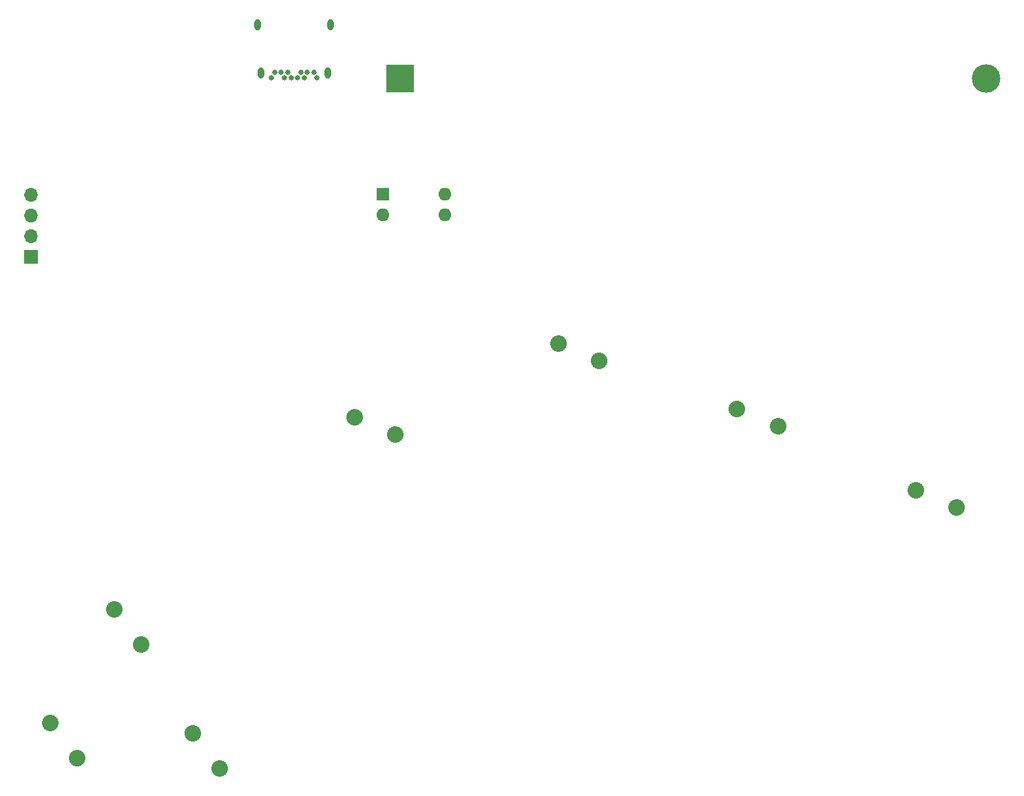
<source format=gbr>
%TF.GenerationSoftware,KiCad,Pcbnew,(5.99.0-9634-gb691c18bfc)*%
%TF.CreationDate,2021-03-07T16:09:04+01:00*%
%TF.ProjectId,keychordz,6b657963-686f-4726-947a-2e6b69636164,rev?*%
%TF.SameCoordinates,Original*%
%TF.FileFunction,Copper,L2,Bot*%
%TF.FilePolarity,Positive*%
%FSLAX46Y46*%
G04 Gerber Fmt 4.6, Leading zero omitted, Abs format (unit mm)*
G04 Created by KiCad (PCBNEW (5.99.0-9634-gb691c18bfc)) date 2021-03-07 16:09:04*
%MOMM*%
%LPD*%
G01*
G04 APERTURE LIST*
%TA.AperFunction,ComponentPad*%
%ADD10C,2.032000*%
%TD*%
%TA.AperFunction,ComponentPad*%
%ADD11C,0.650000*%
%TD*%
%TA.AperFunction,ComponentPad*%
%ADD12O,0.800000X1.400000*%
%TD*%
%TA.AperFunction,ComponentPad*%
%ADD13R,1.600000X1.600000*%
%TD*%
%TA.AperFunction,ComponentPad*%
%ADD14O,1.600000X1.600000*%
%TD*%
%TA.AperFunction,ComponentPad*%
%ADD15R,1.700000X1.700000*%
%TD*%
%TA.AperFunction,ComponentPad*%
%ADD16O,1.700000X1.700000*%
%TD*%
%TA.AperFunction,ComponentPad*%
%ADD17R,3.500000X3.500000*%
%TD*%
%TA.AperFunction,ComponentPad*%
%ADD18C,3.500000*%
%TD*%
G04 APERTURE END LIST*
D10*
%TO.P,SW7,1,1*%
%TO.N,Net-(SW7-Pad1)*%
X106182000Y-65589000D03*
%TO.P,SW7,2,2*%
%TO.N,GND*%
X101182000Y-63489000D03*
%TD*%
%TO.P,SW6,1,1*%
%TO.N,Net-(SW6-Pad1)*%
X128182000Y-75589000D03*
%TO.P,SW6,2,2*%
%TO.N,GND*%
X123182000Y-73489000D03*
%TD*%
%TO.P,SW5,1,1*%
%TO.N,Net-(SW5-Pad1)*%
X84182000Y-57589000D03*
%TO.P,SW5,2,2*%
%TO.N,GND*%
X79182000Y-55489000D03*
%TD*%
%TO.P,SW4,1,1*%
%TO.N,Net-(SW4-Pad1)*%
X59182000Y-66589000D03*
%TO.P,SW4,2,2*%
%TO.N,GND*%
X54182000Y-64489000D03*
%TD*%
%TO.P,SW3,1,1*%
%TO.N,Net-(SW3-Pad1)*%
X27892000Y-92485550D03*
%TO.P,SW3,2,2*%
%TO.N,GND*%
X24611873Y-88166897D03*
%TD*%
%TO.P,SW2,1,1*%
%TO.N,Net-(SW2-Pad1)*%
X37544000Y-107725550D03*
%TO.P,SW2,2,2*%
%TO.N,GND*%
X34263873Y-103406897D03*
%TD*%
%TO.P,SW1,1,1*%
%TO.N,Net-(SW1-Pad1)*%
X20018000Y-106455550D03*
%TO.P,SW1,2,2*%
%TO.N,GND*%
X16737873Y-102136897D03*
%TD*%
D11*
%TO.P,J1,B11*%
%TO.N,N/C*%
X49136000Y-22060000D03*
%TO.P,J1,B10*%
X48336000Y-22060000D03*
%TO.P,J1,B8,SBU2*%
%TO.N,unconnected-(J1-PadB8)*%
X47536000Y-22060000D03*
%TO.P,J1,B5,CC2*%
%TO.N,Net-(J1-PadB5)*%
X45936000Y-22060000D03*
%TO.P,J1,B3*%
%TO.N,N/C*%
X45136000Y-22060000D03*
%TO.P,J1,B2*%
X44336000Y-22060000D03*
%TO.P,J1,B12*%
X49536000Y-22760000D03*
%TO.P,J1,B9*%
X47936000Y-22760000D03*
%TO.P,J1,B7,D-*%
%TO.N,USB_D-*%
X47136000Y-22760000D03*
%TO.P,J1,B6,D+*%
%TO.N,USB_D+*%
X46336000Y-22760000D03*
%TO.P,J1,B4*%
%TO.N,N/C*%
X45536000Y-22760000D03*
%TO.P,J1,B1*%
X43936000Y-22760000D03*
D12*
%TO.P,J1,S1,SHIELD*%
%TO.N,unconnected-(J1-PadS1)*%
X51226000Y-16210000D03*
X42246000Y-16210000D03*
X42606000Y-22160000D03*
X50866000Y-22160000D03*
%TD*%
D13*
%TO.P,SW9,1,A*%
%TO.N,V_BAT*%
X57658000Y-37084000D03*
D14*
%TO.P,SW9,2,B*%
%TO.N,V_BAT_SW*%
X57658000Y-39624000D03*
%TO.P,SW9,3*%
%TO.N,N/C*%
X65278000Y-39624000D03*
%TO.P,SW9,4*%
X65278000Y-37084000D03*
%TD*%
D15*
%TO.P,J2,1,Pin_1*%
%TO.N,SWDCLK*%
X14400000Y-44780000D03*
D16*
%TO.P,J2,2,Pin_2*%
%TO.N,SWDIO*%
X14400000Y-42240000D03*
%TO.P,J2,3,Pin_3*%
%TO.N,RST*%
X14400000Y-39700000D03*
%TO.P,J2,4,Pin_4*%
%TO.N,GND*%
X14400000Y-37160000D03*
%TD*%
D17*
%TO.P,BT1,1,+*%
%TO.N,V_BAT_SW*%
X59758000Y-22860000D03*
D18*
%TO.P,BT1,2,-*%
%TO.N,GND*%
X131758000Y-22860000D03*
%TD*%
M02*

</source>
